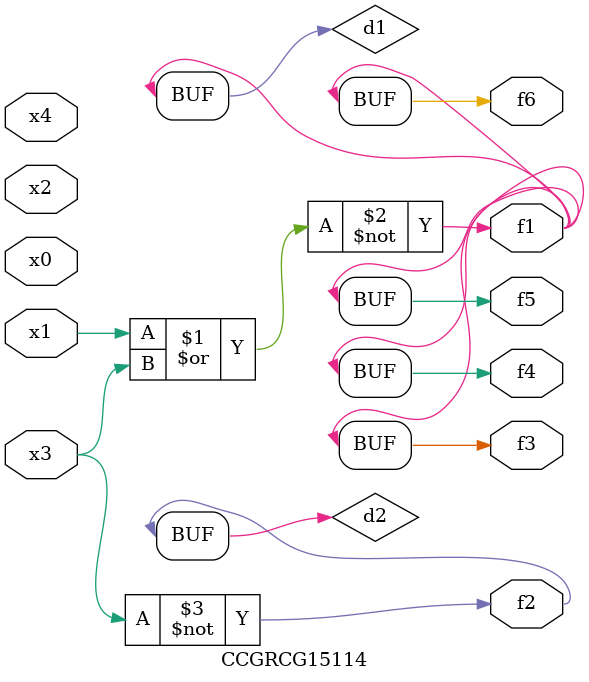
<source format=v>
module CCGRCG15114(
	input x0, x1, x2, x3, x4,
	output f1, f2, f3, f4, f5, f6
);

	wire d1, d2;

	nor (d1, x1, x3);
	not (d2, x3);
	assign f1 = d1;
	assign f2 = d2;
	assign f3 = d1;
	assign f4 = d1;
	assign f5 = d1;
	assign f6 = d1;
endmodule

</source>
